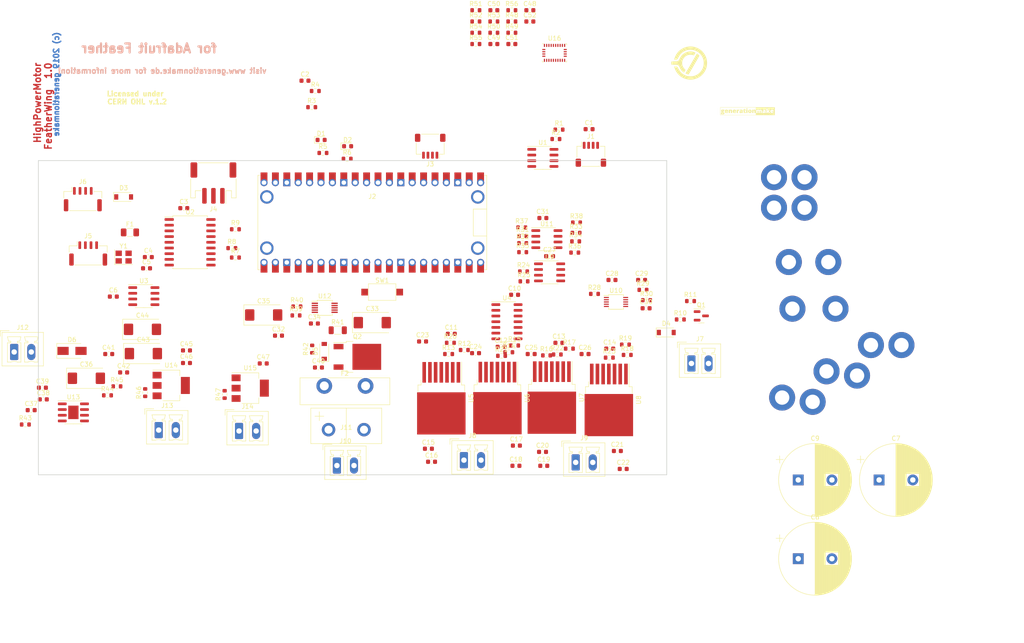
<source format=kicad_pcb>
(kicad_pcb (version 20211014) (generator pcbnew)
  (title_block (title "CyphalRobotController07/CAN") (date "2023-10-01") (rev "1.0") (company "generationmake"))
  (layers (0 "F.Cu" signal) (31 "B.Cu" signal) (34 "B.Paste" user) (35 "F.Paste" user) (36 "B.SilkS" user "B.Silkscreen") (37 "F.SilkS" user "F.Silkscreen") (38 "B.Mask" user) (39 "F.Mask" user) (44 "Edge.Cuts" user))
  (net 0 "")
  (net 1 "GND")
  (net 2 "OUT1")
  (net 3 "/MotorDriver/SR1")
  (net 4 "OUT2")
  (net 5 "/MotorDriver/SR2")
  (net 6 "OUT3")
  (net 7 "/MotorDriver/SR3")
  (net 8 "OUT4")
  (net 9 "/MotorDriver/SR4")
  (net 10 "IS12")
  (net 11 "IS34")
  (net 12 "/VoltageRegulator/BDS")
  (net 13 "/VoltageRegulator/BUO")
  (net 14 "/VoltageRegulator/COMP")
  (net 15 "+3.3V")
  (net 16 "/VoltageRegulator/FB")
  (net 17 "I2C_SDA")
  (net 18 "INH34")
  (net 19 "INH12")
  (net 20 "PWM4")
  (net 21 "PWM3")
  (net 22 "PWM2")
  (net 23 "PWM1")
  (net 24 "I2C_SCL")
  (net 25 "/+BATT_MEAS")
  (net 26 "/MotorDriver/EM_STOP")
  (net 27 "/MotorDriver/PWM1_U")
  (net 28 "/MotorDriver/PWM1_R")
  (net 29 "/MotorDriver/INH1_R")
  (net 30 "/MotorDriver/PWM2_U")
  (net 31 "/MotorDriver/PWM2_R")
  (net 32 "/MotorDriver/INH2_R")
  (net 33 "/MotorDriver/EM_STOP_Q")
  (net 34 "/MotorDriver/PWM3_U")
  (net 35 "/MotorDriver/PWM3_R")
  (net 36 "/MotorDriver/INH3_R")
  (net 37 "/MotorDriver/PWM4_U")
  (net 38 "/MotorDriver/PWM4_R")
  (net 39 "/MotorDriver/INH4_R")
  (net 40 "/Measurement/VREF_IN")
  (net 41 "/Measurement/OUT1R")
  (net 42 "/Measurement/VS12")
  (net 43 "/Measurement/OUT2R")
  (net 44 "/Measurement/VREF")
  (net 45 "/Measurement/VS34")
  (net 46 "/Measurement/OUT3R")
  (net 47 "/Measurement/OUT4R")
  (net 48 "/Measurement/ADDR")
  (net 49 "/Measurement/OPA_R")
  (net 50 "/MCP2515/MCP2515_OSC2")
  (net 51 "/MCP2515/MCP2515_OSC1")
  (net 52 "+BATT")
  (net 53 "+3V3")
  (net 54 "/LED2_R")
  (net 55 "/LED3_R")
  (net 56 "/MCP2515/CANVCC")
  (net 57 "Net-(D3-Pad2)")
  (net 58 "+5V")
  (net 65 "/MP2")
  (net 66 "/SER_TX")
  (net 67 "/SER_RX")
  (net 68 "/MP3")
  (net 69 "/NEOPIXEL_R")
  (net 70 "/MCP2515/CANH")
  (net 71 "/MCP2515/CANL")
  (net 72 "/MCP2515/MP1")
  (net 73 "/LED2")
  (net 74 "/LED3")
  (net 75 "MCP2515_INT")
  (net 76 "MCP2515_CS")
  (net 77 "/MCP2515/MCP2515_RESET")
  (net 78 "/RESET")
  (net 81 "Net-(C38-Pad2)")
  (net 82 "EM_STOP_D")
  (net 83 "Net-(D5-Pad2)")
  (net 84 "/NEOPIXEL")
  (net 87 "MISO")
  (net 88 "SCK")
  (net 89 "MOSI")
  (net 90 "/ANALOG_INPUT0")
  (net 91 "/ANALOG_INPUT1")
  (net 92 "OUTPUT0")
  (net 93 "OUTPUT1")
  (net 95 "/MCP2515/TXCAN")
  (net 96 "/MCP2515/RXCAN")
  (net 97 "/MCP2515/MCP2515_SOF")
  (net 98 "/MCP2515/MCP2515_TX0RTS")
  (net 99 "/MCP2515/MCP2515_TX1RTS")
  (net 100 "/MCP2515/MCP2515_TX2RTS")
  (net 101 "/MCP2515/MCP2515_RX1BUF")
  (net 102 "/MCP2515/MCP2515_RX0BUF")
  (net 114 "/inout_output/OUT0")
  (net 115 "/inout_output/OUT1")
  (net 116 "Net-(R39-Pad1)")
  (net 117 "Net-(R40-Pad1)")
  (net 119 "/BNO085/CAP")
  (net 120 "/BNO085/XIN32")
  (net 121 "/BNO085/CLKSEL1")
  (net 122 "/BNO085/CLKSEL0")
  (net 123 "/BNO085/BOOTN")
  (net 124 "/BNO085/PS0")
  (net 125 "/BNO085/PS1")
  (net 126 "/BNO085/BNO085_H_MOSI")
  (net 127 "/BNO085/BNO085_H_SCK")
  (net 128 "/BNO085/BNO085_H_MISO")
  (net 129 "/VoltageRegulator/+BATT_F")
  (net 130 "/VoltageRegulator/+BATT_Q")
  (net 131 "/VoltageRegulator/+BATT_I")
  (net 132 "/VoltageRegulator/+BATT_R")
  (net 136 "/BNO085/RESET")
  (net 139 "/BNO085/BNO085_INT")
  (net 142 "/BNO085/BNO085_H_CSN")
  (footprint "Resistor_SMD:R_0603_1608Metric" (layer "F.Cu") (at 74.8 107.7 90)
    (fp_text reference "R46")
    (fp_text value "R_Small")
  )
  (footprint "Diode_SMD:D_SOD-123" (layer "F.Cu") (at 190.9 94.3)
    (fp_text reference "D4")
    (fp_text value "BAT46W")
  )
  (footprint "generationmake:MHP_3.2_5.8" (layer "F.Cu") (at 219 89)
    (fp_text reference "MECH2" hide)
    (fp_text value "MHP_3.2_5.8")
  )
  (footprint "Resistor_SMD:R_0603_1608Metric" (layer "F.Cu") (at 94.1 75.5)
    (fp_text reference "R8")
    (fp_text value "10k")
  )
  (footprint "Package_TO_SOT_SMD:SOT-223" (layer "F.Cu") (at 98.2 106.7)
    (fp_text reference "U15")
    (fp_text value "ITS4200S-ME-P")
  )
  (footprint "Package_SO:SOIC-8_3.9x4.9mm_P1.27mm" (layer "F.Cu") (at 164.3 73.5)
    (fp_text reference "U11")
    (fp_text value "OPA2374AIDCN")
  )
  (footprint "Resistor_SMD:R_0603_1608Metric" (layer "F.Cu") (at 148.47 22.5)
    (fp_text reference "R51")
    (fp_text value "0R")
  )
  (footprint "Resistor_SMD:R_0603_1608Metric" (layer "F.Cu") (at 68.5 106.3)
    (fp_text reference "R45")
    (fp_text value "2k2")
  )
  (footprint "Resistor_SMD:R_0603_1608Metric" (layer "F.Cu") (at 148.47 25.01)
    (fp_text reference "R52")
    (fp_text value "0R")
  )
  (footprint "Capacitor_SMD:C_0603_1608Metric" (layer "F.Cu") (at 163.4 68.8)
    (fp_text reference "C31")
    (fp_text value "100nF")
  )
  (footprint "Capacitor_SMD:C_0603_1608Metric" (layer "F.Cu") (at 181.3 124.7)
    (fp_text reference "C22")
    (fp_text value "220nF")
  )
  (footprint "Resistor_SMD:R_0603_1608Metric" (layer "F.Cu") (at 166.6 99.2)
    (fp_text reference "R22")
    (fp_text value "510")
  )
  (footprint "Diode_SMD:D_SOD-123" (layer "F.Cu") (at 70 64.1)
    (fp_text reference "D3")
    (fp_text value "MBR0530T")
  )
  (footprint "Capacitor_SMD:C_0603_1608Metric" (layer "F.Cu") (at 84 98.3)
    (fp_text reference "C45")
    (fp_text value "100nF")
  )
  (footprint "Resistor_SMD:R_0603_1608Metric" (layer "F.Cu") (at 185.7 84.8)
    (fp_text reference "R29")
    (fp_text value "1k")
  )
  (footprint "Resistor_SMD:R_0603_1608Metric" (layer "F.Cu") (at 174.9 85.7)
    (fp_text reference "R28")
    (fp_text value "DNI")
  )
  (footprint "Resistor_SMD:R_0603_1608Metric" (layer "F.Cu") (at 164.225 99.4)
    (fp_text reference "R16")
    (fp_text value "10k")
  )
  (footprint "generationmake:MHP_3.2_5.8" (layer "F.Cu") (at 233.4 103.9)
    (fp_text reference "MECH9" hide)
    (fp_text value "MHP_3.2_5.0")
  )
  (footprint "Package_SO:SOIC-8_3.9x4.9mm_P1.27mm" (layer "F.Cu") (at 164.9 80.9)
    (fp_text reference "U9")
    (fp_text value "OPA2374AIDCN")
  )
  (footprint "Package_TO_SOT_SMD:TO-263-7_TabPin8" (layer "F.Cu") (at 140.775 108.95 -90)
    (fp_text reference "U5")
    (fp_text value "IFX007T")
  )
  (footprint "Resistor_SMD:R_0603_1608Metric" (layer "F.Cu") (at 158.7 70.9)
    (fp_text reference "R37")
    (fp_text value "2k2")
  )
  (footprint "Capacitor_SMD:C_0603_1608Metric" (layer "F.Cu") (at 178.3 97.9)
    (fp_text reference "C14")
    (fp_text value "100nF")
  )
  (footprint "Connector_Phoenix_MC:PhoenixContact_MCV_1,5_2-G-3.81_1x02_P3.81mm_Vertical" (layer "F.Cu") (at 77.8125 116.0425)
    (fp_text reference "J13")
    (fp_text value "Conn_01x02")
  )
  (footprint "Capacitor_THT:CP_Radial_D16.0mm_P7.50mm" (layer "F.Cu") (at 220.3 144.7)
    (fp_text reference "C8")
    (fp_text value "1000uF 50V")
  )
  (footprint "Connector_JST:JST_PH_S3B-PH-SM4-TB_1x03-1MP_P2.00mm_Horizontal" (layer "F.Cu") (at 90 61 180)
    (fp_text reference "J4")
    (fp_text value "S3B-PH-SM4-TB")
  )
  (footprint "Capacitor_SMD:C_0603_1608Metric" (layer "F.Cu") (at 163.325 120.9)
    (fp_text reference "C20")
    (fp_text value "220nF")
  )
  (footprint "Capacitor_SMD:C_0603_1608Metric" (layer "F.Cu") (at 186.4 88.9)
    (fp_text reference "C30")
    (fp_text value "1nF")
  )
  (footprint "Diode_SMD:D_SOD-123" (layer "F.Cu") (at 114.7 98.5 90)
    (fp_text reference "D5")
    (fp_text value "10V")
  )
  (footprint "Capacitor_SMD:C_0603_1608Metric" (layer "F.Cu") (at 148.4 98.9)
    (fp_text reference "C24")
    (fp_text value "100nF")
  )
  (footprint "Capacitor_Tantalum_SMD:CP_EIA-7343-15_Kemet-W" (layer "F.Cu") (at 125.4 92.1)
    (fp_text reference "C33")
    (fp_text value "47uF 50V")
  )
  (footprint "Resistor_SMD:R_0603_1608Metric" (layer "F.Cu") (at 111.9 44.1)
    (fp_text reference "R3")
    (fp_text value "100k")
  )
  (footprint "Resistor_SMD:R_0603_1608Metric" (layer "F.Cu") (at 170.5 76.5)
    (fp_text reference "R36")
    (fp_text value "2k2")
  )
  (footprint "generationmake:MHP_3.2_5.8" (layer "F.Cu") (at 216.71 108.8)
    (fp_text reference "MECH5" hide)
    (fp_text value "MHP_3.2_5.0")
  )
  (footprint "generationmake:opencyphal_small" (layer "F.Cu") (at 196.032821 34.269685)
    (fp_text reference "L3" hide)
    (fp_text value "Label" hide)
  )
  (footprint "Resistor_SMD:R_0603_1608Metric" (layer "F.Cu") (at 148.47 27.52)
    (fp_text reference "R54")
    (fp_text value "DNI")
  )
  (footprint "Package_LGA:LGA-28_5.2x3.8mm_P0.5mm" (layer "F.Cu") (at 166 32)
    (fp_text reference "U16")
    (fp_text value "BNO085")
  )
  (footprint "Capacitor_Tantalum_SMD:CP_EIA-7343-15_Kemet-W" (layer "F.Cu") (at 74.4 99)
    (fp_text reference "C43")
    (fp_text value "330uF 6.3V")
  )
  (footprint "Capacitor_SMD:C_0603_1608Metric" (layer "F.Cu") (at 70 103.2)
    (fp_text reference "C42")
    (fp_text value "220nF")
  )
  (footprint "Resistor_SMD:R_0603_1608Metric" (layer "F.Cu") (at 48.1 114.8)
    (fp_text reference "R43")
    (fp_text value "22k")
  )
  (footprint "LED_SMD:LED_0603_1608Metric" (layer "F.Cu") (at 114 51.4)
    (fp_text reference "D1")
    (fp_text value "150060RS75000")
  )
  (footprint "Resistor_SMD:R_0603_1608Metric" (layer "F.Cu") (at 156.49 27.52)
    (fp_text reference "R49")
    (fp_text value "10k")
  )
  (footprint "Capacitor_SMD:C_0603_1608Metric" (layer "F.Cu") (at 160.5 22.5)
    (fp_text reference "C48")
    (fp_text value "100nF")
  )
  (footprint "Capacitor_Tantalum_SMD:CP_EIA-7343-15_Kemet-W" (layer "F.Cu") (at 61.7 104.5)
    (fp_text reference "C36")
    (fp_text value "47uF 50V")
  )
  (footprint "Capacitor_SMD:C_0603_1608Metric" (layer "F.Cu") (at 110.4 38.2)
    (fp_text reference "C2")
    (fp_text value "100nF")
  )
  (footprint "Capacitor_SMD:C_0603_1608Metric" (layer "F.Cu") (at 160.8 99.1)
    (fp_text reference "C25")
    (fp_text value "100nF")
  )
  (footprint "Resistor_SMD:R_0603_1608Metric" (layer "F.Cu") (at 186.5 87.1)
    (fp_text reference "R30")
    (fp_text value "1k")
  )
  (footprint "Package_SO:SOIC-14_3.9x8.7mm_P1.27mm" (layer "F.Cu") (at 155.4 91.9)
    (fp_text reference "U4")
    (fp_text value "74xx08")
  )
  (footprint "Capacitor_SMD:C_0603_1608Metric" (layer "F.Cu") (at 138.6 123.1)
    (fp_text reference "C16")
    (fp_text value "220nF")
  )
  (footprint "Resistor_SMD:R_0603_1608Metric" (layer "F.Cu") (at 170.7 74)
    (fp_text reference "R34")
    (fp_text value "56k")
  )
  (footprint "Capacitor_SMD:C_0603_1608Metric" (layer "F.Cu") (at 101.1 101.2)
    (fp_text reference "C47")
    (fp_text value "C_Small")
  )
  (footprint "Resistor_SMD:R_0603_1608Metric" (layer "F.Cu") (at 156.49 22.5)
    (fp_text reference "R56")
    (fp_text value "DNI")
  )
  (footprint "Resistor_SMD:R_0603_1608Metric" (layer "F.Cu") (at 196.3 87.3)
    (fp_text reference "R11")
    (fp_text value "10k")
  )
  (footprint "Resistor_SMD:R_0603_1608Metric" (layer "F.Cu") (at 194.025 91.4)
    (fp_text reference "R10")
    (fp_text value "10k")
  )
  (footprint "Capacitor_SMD:C_0603_1608Metric" (layer "F.Cu") (at 143 94.6)
    (fp_text reference "C11")
    (fp_text value "100nF")
  )
  (footprint "Connector_JST:JST_GH_SM04B-GHS-TB_1x04-1MP_P1.25mm_Horizontal" (layer "F.Cu") (at 62.1 76.7)
    (fp_text reference "J5")
    (fp_text value "SM04B-GHS-TB")
  )
  (footprint "Resistor_SMD:R_0603_1608Metric" (layer "F.Cu") (at 152.48 27.52)
    (fp_text reference "R50")
    (fp_text value "0R")
  )
  (footprint "Capacitor_SMD:C_0603_1608Metric" (layer "F.Cu") (at 154.1 97.5)
    (fp_text reference "C12")
    (fp_text value "100nF")
  )
  (footprint "Package_TO_SOT_SMD:SOT-23" (layer "F.Cu") (at 198.7 90.6)
    (fp_text reference "Q1")
    (fp_text value "2N7002")
  )
  (footprint "Connector_Phoenix_MC:PhoenixContact_MCV_1,5_2-G-3.81_1x02_P3.81mm_Vertical" (layer "F.Cu") (at 117.5125 123.9425)
    (fp_text reference "J10")
    (fp_text value "x")
  )
  (footprint "Resistor_SMD:R_0603_1608Metric" (layer "F.Cu") (at 167 49.1)
    (fp_text reference "R1")
    (fp_text value "10k")
  )
  (footprint "Capacitor_SMD:C_0603_1608Metric" (layer "F.Cu") (at 152.48 22.5)
    (fp_text reference "C50")
    (fp_text value "100nF")
  )
  (footprint "Resistor_SMD:R_0603_1608Metric" (layer "F.Cu") (at 114.4 54.3)
    (fp_text reference "R5")
    (fp_text value "3k3")
  )
  (footprint "Capacitor_SMD:C_0603_1608Metric" (layer "F.Cu") (at 160.5 25.01)
    (fp_text reference "C52")
    (fp_text value "22pF")
  )
  (footprint "Resistor_SMD:R_0603_1608Metric" (layer "F.Cu") (at 108.4 90.5)
    (fp_text reference "R39")
    (fp_text value "0R")
  )
  (footprint "Capacitor_SMD:C_0603_1608Metric" (layer "F.Cu") (at 136.6 96.3)
    (fp_text reference "C23")
    (fp_text value "100nF")
  )
  (footprint "Resistor_SMD:R_0603_1608Metric" (layer "F.Cu") (at 145.9 98.2)
    (fp_text reference "R12")
    (fp_text value "10k")
  )
  (footprint "Capacitor_SMD:C_0603_1608Metric" (layer "F.Cu") (at 112.5 92.3)
    (fp_text reference "C34")
    (fp_text value "100nF")
  )
  (footprint "generationmake:POWERPOLE_2" (layer "F.Cu") (at 119.6 115.95)
    (fp_text reference "J11")
    (fp_text value "PowerPole")
  )
  (footprint "Crystal:Crystal_SMD_3225-4Pin_3.2x2.5mm" (layer "F.Cu") (at 70 77.5)
    (fp_text reference "Y1")
    (fp_text value "RH100-16.000-16-3030-EXT-TR")
  )
  (footprint "Resistor_SMD:R_0603_1608Metric" (layer "F.Cu") (at 169.3 97.9)
    (fp_text reference "R17")
    (fp_text value "10k")
  )
  (footprint "Capacitor_SMD:C_0603_1608Metric" (layer "F.Cu") (at 157.5 119.5)
    (fp_text reference "C17")
    (fp_text value "220nF")
  )
  (footprint "Resistor_SMD:R_0603_1608Metric" (layer "F.Cu") (at 108.6 88.5)
    (fp_text reference "R40")
    (fp_text value "0R")
  )
  (footprint "Resistor_SMD:R_0603_1608Metric" (layer "F.Cu") (at 159.2 82.9)
    (fp_text reference "R25")
    (fp_text value "10k")
  )
  (footprint "Capacitor_SMD:C_0603_1608Metric" (layer "F.Cu") (at 152.48 30.03)
    (fp_text reference "C49")
    (fp_text value "100nF")
  )
  (footprint "Resistor_SMD:R_0603_1608Metric" (layer "F.Cu") (at 148.47 30.03)
    (fp_text reference "R55")
    (fp_text value "DNI")
  )
  (footprint "Resistor_SMD:R_0603_1608Metric" (layer "F.Cu") (at 182.2 99.3)
    (fp_text reference "R18")
    (fp_text value "10k")
  )
  (footprint "Package_SO:MSOP-10_3x3mm_P0.5mm" (layer "F.Cu") (at 114.8 88.8)
    (fp_text reference "U12")
    (fp_text value "INA226")
  )
  (footprint "Package_SO:SOIC-8-1EP_3.9x4.9mm_P1.27mm_EP2.29x3mm" (layer "F.Cu") (at 58.8 112.1)
    (fp_text reference "U13")
    (fp_text value "IFX91041EFJ")
  )
  (footprint "Resistor_SMD:R_0603_1608Metric" (layer "F.Cu") (at 94.9 77.6)
    (fp_text reference "R7")
    (fp_text value "10k")
  )
  (footprint "Connector_Phoenix_MC:PhoenixContact_MCV_1,5_2-G-3.81_1x02_P3.81mm_Vertical" (layer "F.Cu") (at 45.6125 98.6425)
    (fp_text reference "J12")
    (fp_text value "Conn_01x02")
  )
  (footprint "Package_SO:SOIC-8_3.9x4.9mm_P1.27mm" (layer "F.Cu") (at 74.5 86.2)
    (fp_text reference "U3")
    (fp_text value "SN65HVD232")
  )
  (footprint "Resistor_SMD:R_0603_1608Metric" (layer "F.Cu") (at 119.8 55.6)
    (fp_text reference "R6")
    (fp_text value "3k3")
  )
  (footprint "generationmake:generationmake_small_silk" (layer "F.Cu") (at 208.98095 47.63645)
    (fp_text reference "L1" hide)
    (fp_text value "Label" hide)
  )
  (footprint "Package_TO_SOT_SMD:SOT-223" (layer "F.Cu") (at 80.6 106.1)
    (fp_text reference "U14")
    (fp_text value "ITS4200S-ME-P")
  )
  (footprint "generationmake:MHP_3.2_5.8" (layer "F.Cu") (at 221.7 66.5)
    (fp_text reference "MECH14" hide)
    (fp_text value "MHP_3.2_5.0")
  )
  (footprint "Resistor_SMD:R_0603_1608Metric" (layer "F.Cu") (at 158.9 74.4)
    (fp_text reference "R32")
    (fp_text value "56k")
  )
  (footprint "Resistor_SMD:R_0603_1608Metric" (layer "F.Cu") (at 166.3 51.2)
    (fp_text reference "R2")
    (fp_text value "10k")
  )
  (footprint "Capacitor_SMD:C_0603_1608Metric" (layer "F.Cu") (at 157.4 124)
    (fp_text reference "C18")
    (fp_text value "220nF")
  )
  (footprint "Connector_Phoenix_MC:PhoenixContact_MCV_1,5_2-G-3.81_1x02_P3.81mm_Vertical" (layer "F.Cu") (at 170.7125 123.2425)
    (fp_text reference "J9")
    (fp_text value "x")
  )
  (footprint "Capacitor_SMD:C_0603_1608Metric" (layer "F.Cu") (at 66.675 99.1)
    (fp_text reference "C41")
    (fp_text value "470pF")
  )
  (footprint "Resistor_SMD:R_0603_1608Metric" (layer "F.Cu") (at 92.5 108.1 90)
    (fp_text reference "R47")
    (fp_text value "R_Small")
  )
  (footprint "generationmake:MHP_3.2_5.8" (layer "F.Cu") (at 223.51 109.75)
    (fp_text reference "MECH8" hide)
    (fp_text value "MHP_3.2_5.0")
  )
  (footprint "Connector_Phoenix_MC:PhoenixContact_MCV_1,5_2-G-3.81_1x02_P3.81mm_Vertical" (layer "F.Cu") (at 196.5 101.2)
    (fp_text reference "J7")
    (fp_text value "x")
  )
  (footprint "Capacitor_SMD:C_0603_1608Metric" (layer "F.Cu") (at 156.49 30.03)
    (fp_text reference "C51")
    (fp_text value "22pF")
  )
  (footprint "Resistor_SMD:R_0603_1608Metric" (layer "F.Cu") (at 158.9 72.8)
    (fp_text reference "R31")
    (fp_text value "56k")
  )
  (footprint "Diode_SMD:D_SMA" (layer "F.Cu") (at 58.5 98.4)
    (fp_text reference "D6")
    (fp_text value "SSA34")
  )
  (footprint "generationmake:MHP_3.2_5.8" (layer "F.Cu") (at 226.6 102.95)
    (fp_text reference "MECH6" hide)
    (fp_text value "MHP_3.2_5.0")
  )
  (footprint "Resistor_SMD:R_1206_3216Metric" (layer "F.Cu") (at 117.7 93.8)
    (fp_text reference "R41")
    (fp_text value "10m")
  )
  (footprint "Connector_JST:JST_SH_SM04B-SRSS-TB_1x04-1MP_P1.00mm_Horizontal" (layer "F.Cu") (at 174.1 54.6)
    (fp_text reference "J1")
    (fp_text value "SM04B-SRSS-TB")
  )
  (footprint "Fuse:Fuse_1206_3216Metric" (layer "F.Cu") (at 71.4 72)
    (fp_text reference "F1")
    (fp_text value "nanoSMDC050F")
  )
  (footprint "Capacitor_SMD:C_0603_1608Metric" (layer "F.Cu") (at 178.8 82.6)
    (fp_text reference "C28")
    (fp_text value "100nF")
  )
  (footprint "Resistor_SMD:R_0603_1608Metric" (layer "F.Cu") (at 154.2 99.5)
    (fp_text reference "R21")
    (fp_text value "510")
  )
  (footprint "Package_TO_SOT_SMD:TO-263-7_TabPin8" (layer "F.Cu") (at 153.275 108.9 -90)
    (fp_text reference "U6")
    (fp_text value "IFX007T")
  )
  (footprint "Resistor_SMD:R_0603_1608Metric" (layer "F.Cu") (at 158.9 76.4)
    (fp_text reference "R35")
    (fp_text value "2k2")
  )
  (footprint "generationmake:generationmake_small_solder" (layer "F.Cu") (at 204.98095 52.63645)
    (fp_text reference "L2" hide)
    (fp_text value "Label" hide)
  )
  (footprint "Capacitor_SMD:C_0603_1608Metric" (layer "F.Cu") (at 172.8 99.1)
    (fp_text reference "C26")
    (fp_text value "100nF")
  )
  (footprint "Capacitor_SMD:C_0603_1608Metric" (layer "F.Cu") (at 157.1 85.9)
    (fp_text reference "C10")
    (fp_text value "100nF")
  )
  (footprint "Connector_JST:JST_GH_SM04B-GHS-TB_1x04-1MP_P1.25mm_Horizontal" (layer "F.Cu") (at 60.9 64.6)
    (fp_text reference "J6")
    (fp_text value "SM04B-GHS-TB")
  )
  (footprint "Capacitor_THT:CP_Radial_D16.0mm_P7.50mm" (layer "F.Cu") (at 220.3 127.15)
    (fp_text reference "C9")
    (fp_text value "1000uF 50V")
  )
  (footprint "Package_TO_SOT_SMD:TO-252-2" (layer "F.Cu") (at 122.075 99.725)
    (fp_text reference "Q2")
    (fp_text value "IPD90P03P4L- 04")
  )
  (footprint "Resistor_SMD:R_0603_1608Metric" (layer "F.Cu") (at 112.7 40.5)
    (fp_text reference "R4")
    (fp_text value "10k")
  )
  (footprint "Capacitor_SMD:C_0603_1608Metric" (layer "F.Cu") (at 84 101.1)
    (fp_text reference "C46")
    (fp_text value "C_Small")
  )
  (footprint "Capacitor_SMD:C_0603_1608Metric" (layer "F.Cu") (at 104.5 95)
    (fp_text reference "C32")
    (fp_text value "100nF")
  )
  (footprint "Capacitor_SMD:C_0603_1608Metric" (layer "F.Cu") (at 51.9 106.6)
    (fp_text reference "C39")
    (fp_text value "100nF")
  )
  (footprint "Resistor_SMD:R_0603_1608Metric" (layer "F.Cu") (at 142.8 96.6)
    (fp_text reference "R20")
    (fp_text value "510")
  )
  (footprint "generationmake:MHP_3.2_5.8" (layer "F.Cu") (at 227 78.6)
    (fp_text reference "MECH1" hide)
    (fp_text value "MHP_3.2_5.8")
  )
  (footprint "Resistor_SMD:R_0603_1608Metric" (layer "F.Cu") (at 181.8 97)
    (fp_text reference "R19")
    (fp_text value "10k")
  )
  (footprint "Connector_Phoenix_MC:PhoenixContact_MCV_1,5_2-G-3.81_1x02_P3.81mm_Vertical" (layer "F.Cu") (at 95.7125 116.2425)
    (fp_text reference "J14")
    (fp_text value "Conn_01x02")
  )
  (footprint "Fuse:Fuseholder_Blade_ATO_Littelfuse_Pudenz_2_Pin" (layer "F.Cu") (at 114.7 106.2)
    (fp_text reference "F2")
    (fp_text value "Fuse_Small")
  )
  (footprint "Capacitor_Tantalum_SMD:CP_EIA-7343-15_Kemet-W" (layer "F.Cu") (at 101.2 90.4)
    (fp_text reference "C35")
    (fp_text value "47uF 50V")
  )
  (footprint "Capacitor_SMD:C_0603_1608Metric" (layer "F.Cu") (at 52.1 109.2)
    (fp_text reference "C38")
    (fp_text value "22nF")
  )
  (footprint "Connector_JST:JST_SH_SM04B-SRSS-TB_1x04-1MP_P1.00mm_Horizontal" (layer "F.Cu") (at 138.3 52.8 180)
    (fp_text reference "J3")
    (fp_text value "SM04B-SRSS-TB")
  )
  (footprint "LED_SMD:LED_0603_1608Metric" (layer "F.Cu") (at 119.9 52.8)
    (fp_text reference "D2")
    (fp_text value "150060YS75000")
  )
  (footprint "generationmake:MHP_3.2_5.8" (layer "F.Cu") (at 228.6 89)
    (fp_text reference "MECH4" hide)
    (fp_text value "MHP_3.2_5.8")
  )
  (footprint "generationmake:MHP_3.2_5.8" (layer "F.Cu") (at 214.9 66.5)
    (fp_text reference "MECH12" hide)
    (fp_text value "MHP_3.2_5.0")
  )
  (footprint "Resistor_SMD:R_0603_1608Metric" (layer "F.Cu") (at 157.1 97.2)
    (fp_text reference "R15")
    (fp_text value "10k")
  )
  (footprint "Resistor_SMD:R_0603_1608Metric" (layer "F.Cu") (at 112 98 90)
    (fp_text reference "R42")
    (fp_text value "10k")
  )
  (footprint "Capacitor_SMD:C_0603_1608Metric" (layer "F.Cu") (at 173.7 49)
    (fp_text reference "C1")
    (fp_text value "100nF")
  )
  (footprint "Package_SO:TSSOP-10_3x3mm_P0.5mm" (layer "F.Cu") (at 179.7 87.5)
    (fp_text reference "U10")
    (fp_text value "ADS1015IDGS")
  )
  (footprint "Package_SO:SOIC-18W_7.5x11.6mm_P1.27mm" (layer "F.Cu") (at 84.8 74.2)
    (fp_text reference "U2")
    (fp_text value "MCP2515-I/SO")
  )
  (footprint "Capacitor_SMD:C_0603_1608Metric" (layer "F.Cu") (at 83.4 66.6)
    (fp_text reference "C3")
    (fp_text value "100nF")
  )
  (footprint "generationmake:MHP_3.2_5.8" (layer "F.Cu") (at 218.2 78.6)
    (fp_text reference "MECH3" hide)
    (fp_text value "MHP_3.2_5.8")
  )
  (footprint "Resistor_SMD:R_0603_1608Metric" (layer "F.Cu") (at 156.49 25.01)
    (fp_text reference "R48")
    (fp_text value "0R")
  )
  (footprint "Package_TO_SOT_SMD:TO-263-7_TabPin8" (layer "F.Cu") (at 178.1 109.325 -90)
    (fp_text reference "U8")
    (fp_text value "IFX007T")
  )
  (footprint "Capacitor_SMD:C_0603_1608Metric" (layer "F.Cu") (at 49.4 111.6)
    (fp_text reference "C37")
    (fp_text value "DNI")
  )
  (footprint "Capacitor_SMD:C_0603_1608Metric" (layer "F.Cu") (at 185.4 82.6)
    (fp_text reference "C29")
    (fp_text value "1nF")
  )
  (footprint "generationmake:RASPI_PICO_SOLDER_ONLY" (layer "F.Cu") (at 125.4 69.8 -90)
    (fp_text reference "J2")
    (fp_text value "RASPBERRYPI_PICO")
  )
  (footprint "Capacitor_SMD:C_0603_1608Metric" (layer "F.Cu") (at 113.4 102.1)
    (fp_text reference "C40")
    (fp_text value "100nF")
  )
  (footprint "Resistor_SMD:R_0603_1608Metric" (layer "F.Cu") (at 159.1 80.7)
    (fp_text reference "R24")
    (fp_text value "10k")
  )
  (footprint "Capacitor_SMD:C_0603_1608Metric" (layer "F.Cu") (at 180 120.7)
    (fp_text reference "C21")
    (fp_text value "220nF")
  )
  (footprint "Resistor_SMD:R_0603_1608Metric" (layer "F.Cu") (at 142.4 99.1)
    (fp_text reference "R13")
    (fp_text value "10k")
  )
  (footprint "generationmake:MHP_3.2_5.8" (layer "F.Cu") (at 243.29 97.1)
    (fp_text reference "MECH10" hide)
    (fp_text value "MHP_3.2_5.0")
  )
  (footprint "Capacitor_SMD:C_0603_1608Metric" (layer "F.Cu") (at 163.6 124)
    (fp_text reference "C19")
    (fp_text value "220nF")
  )
  (footprint "Connector_Phoenix_MC:PhoenixContact_MCV_1,5_2-G-3.81_1x02_P3.81mm_Vertical" (layer "F.Cu") (at 145.8125 122.7425)
    (fp_text reference "J8")
    (fp_text value "x")
  )
  (footprint "generationmake:MHP_3.2_5.8" (layer "F.Cu") (at 236.49 97.1)
    (fp_text reference "MECH7" hide)
    (fp_text value "MHP_3.2_5.0")
  )
  (footprint "Capacitor_Tantalum_SMD:CP_EIA-7343-15_Kemet-W" (layer "F.Cu") (at 74.2 93.6)
    (fp_text reference "C44")
    (fp_text value "330uF 6.3V")
  )
  (footprint "Capacitor_SMD:C_0603_1608Metric" (layer "F.Cu") (at 137.9 120.2)
    (fp_text reference "C15")
    (fp_text value "220nF")
  )
  (footprint "Package_TO_SOT_SMD:TO-263-7_TabPin8" (layer "F.Cu") (at 165.4 108.8 -90)
    (fp_text reference "U7")
    (fp_text value "IFX007T")
  )
  (footprint "Capacitor_THT:CP_Radial_D16.0mm_P7.50mm" (layer "F.Cu") (at 238.32 127.15)
    (fp_text reference "C7")
    (fp_text value "1000uF 50V")
  )
  (footprint "Resistor_SMD:R_0603_1608Metric" (layer "F.Cu") (at 170.9 69.8)
    (fp_text reference "R38")
    (fp_text value "2k2")
  )
  (footprint "Resistor_SMD:R_0603_1608Metric" (layer "F.Cu") (at 152.48 25.01)
    (fp_text reference "R53")
    (fp_text value "DNI")
  )
  (footprint "Resistor_SMD:R_0603_1608Metric" (layer "F.Cu") (at 178.2 99.9)
    (fp_text reference "R23")
    (fp_text value "510")
  )
  (footprint "Resistor_SMD:R_0603_1608Metric" (layer "F.Cu") (at 66.4 108.3)
    (fp_text reference "R44")
    (fp_text value "10k")
  )
  (footprint "Capacitor_SMD:C_0603_1608Metric" (layer "F.Cu") (at 164.9 77.3)
    (fp_text reference "C27")
    (fp_text value "100nF")
  )
  (footprint "Resistor_SMD:R_0603_1608Metric" (layer "F.Cu") (at 170.8 72.1)
    (fp_text reference "R33")
    (fp_text value "56k")
  )
  (footprint "Resistor_SMD:R_0603_1608Metric" (layer "F.Cu") (at 94.9 71.3)
    (fp_text reference "R9")
    (fp_text value "10k")
  )
  (footprint "Package_SO:SOIC-8_3.9x4.9mm_P1.27mm" (layer "F.Cu") (at 163.4 55.4)
    (fp_text reference "U1")
    (fp_text value "24LC64-I/SN")
  )
  (footprint "Capacitor_SMD:C_0603_1608Metric" (layer "F.Cu") (at 67.7 86.3)
    (fp_text reference "C6")
    (fp_text value "100nF")
  )
  (footprint "generationmake:MHP_3.2_5.8" (layer "F.Cu") (at 221.7 59.7)
    (fp_text reference "MECH13" hide)
    (fp_text value "MHP_3.2_5.0")
  )
  (footprint "Capacitor_SMD:C_0603_1608Metric" (layer "F.Cu") (at 75.5 77.5)
    (fp_text reference "C4")
    (fp_text value "10pF")
  )
  (footprint "generationmake:MHP_3.2_5.8" (layer "F.Cu") (at 214.9 59.7)
    (fp_text reference "MECH11" hide)
    (fp_text value "MHP_3.2_5.0")
  )
  (footprint "Capacitor_SMD:C_0603_1608Metric" (layer "F.Cu") (at 166.975 96.6)
    (fp_text reference "C13")
    (fp_text value "100nF")
  )
  (footprint "Resistor_SMD:R_0603_1608Metric" (layer "F.Cu") (at 155.8 98.7)
    (fp_text reference "R14")
    (fp_text value "10k")
  )
  (footprint "Button_Switch_SMD:SW_SPST_CK_RS282G05A3" (layer "F.Cu") (at 127.6 85.3)
    (fp_text reference "SW1")
    (fp_text value "PTS636 SM43 SMTR LFS")
  )
  (footprint "Capacitor_SMD:C_0603_1608Metric" (layer "F.Cu") (at 75.1 80)
    (fp_text reference "C5")
    (fp_text value "10pF")
  )
  (gr_line (start 51 56) (end 51 126) (layer "Edge.Cuts") (width 0.15))
  (gr_line (start 51 126) (end 191 126) (layer "Edge.Cuts") (width 0.15))
  (gr_line (start 191 126) (end 191 56) (layer "Edge.Cuts") (width 0.15))
  (gr_line (start 191 56) (end 51 56) (layer "Edge.Cuts") (width 0.15))
  (gr_text "HighPowerMotor\nFeatherWing  1.0" (at 52 34 90) (layer "F.Cu") (effects (font (size 1.5 1.5) (thickness 0.3)) (justify right)))
  (gr_text "(c) 2019 generationmake" (at 55 39 90) (layer "B.Cu") (effects (font (size 1.2 1.2) (thickness 0.3)) (justify mirror)))
  (gr_text "for Adafruit Feather" (at 91 31) (layer "B.SilkS") (effects (font (size 2 2) (thickness 0.5)) (justify left mirror)))
  (gr_text "visit www.generationmake.de for more information!" (at 102 36) (layer "B.SilkS") (effects (font (size 1.2 1.2) (thickness 0.3)) (justify left mirror)))
  (gr_text "Licensed under \nCERN OHL v.1.2" (at 73 42) (layer "F.SilkS") (effects (font (size 1.1 1.1) (thickness 0.275))))
)
</source>
